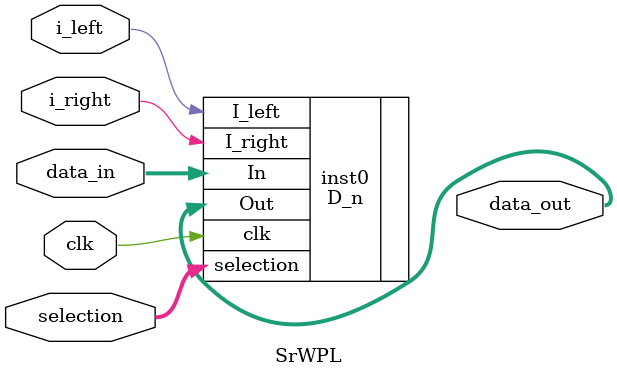
<source format=v>
module SrWPL (
    data_out,data_in,selection,clk,i_right,i_left
);
    parameter N = 8;
    input          clk,i_right,i_left;
    input  [N-1:0] data_in;
    output [N-1:0] data_out;
	 input  [1:0]   selection;

    wire [N-1:0] data_out,data_in;
	 wire [1:0]   selection;
    wire         clk,i_right,i_left;

    D_n inst0 (
        .Out (data_out),
        .In (data_in),
        .selection(selection),
        .I_right (i_right),
        .I_left (i_left),
        .clk (clk)
    );

endmodule
</source>
